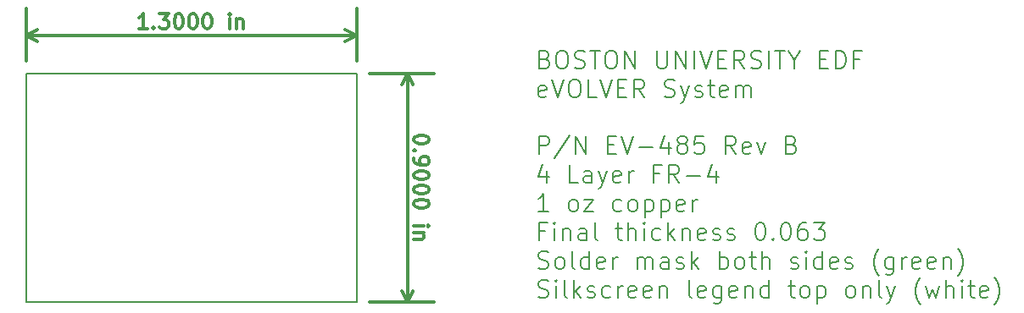
<source format=gbr>
G04 #@! TF.FileFunction,Drawing*
%FSLAX46Y46*%
G04 Gerber Fmt 4.6, Leading zero omitted, Abs format (unit mm)*
G04 Created by KiCad (PCBNEW 4.0.3+e1-6302~38~ubuntu14.04.1-stable) date Fri Aug 19 15:40:57 2016*
%MOMM*%
%LPD*%
G01*
G04 APERTURE LIST*
%ADD10C,0.100000*%
%ADD11C,0.203200*%
%ADD12C,0.300000*%
%ADD13C,0.150000*%
G04 APERTURE END LIST*
D10*
D11*
X221996000Y-83642200D02*
X222250000Y-83726867D01*
X222334667Y-83811533D01*
X222419333Y-83980867D01*
X222419333Y-84234867D01*
X222334667Y-84404200D01*
X222250000Y-84488867D01*
X222080667Y-84573533D01*
X221403333Y-84573533D01*
X221403333Y-82795533D01*
X221996000Y-82795533D01*
X222165333Y-82880200D01*
X222250000Y-82964867D01*
X222334667Y-83134200D01*
X222334667Y-83303533D01*
X222250000Y-83472867D01*
X222165333Y-83557533D01*
X221996000Y-83642200D01*
X221403333Y-83642200D01*
X223520000Y-82795533D02*
X223858667Y-82795533D01*
X224028000Y-82880200D01*
X224197333Y-83049533D01*
X224282000Y-83388200D01*
X224282000Y-83980867D01*
X224197333Y-84319533D01*
X224028000Y-84488867D01*
X223858667Y-84573533D01*
X223520000Y-84573533D01*
X223350667Y-84488867D01*
X223181333Y-84319533D01*
X223096667Y-83980867D01*
X223096667Y-83388200D01*
X223181333Y-83049533D01*
X223350667Y-82880200D01*
X223520000Y-82795533D01*
X224959334Y-84488867D02*
X225213334Y-84573533D01*
X225636667Y-84573533D01*
X225806000Y-84488867D01*
X225890667Y-84404200D01*
X225975334Y-84234867D01*
X225975334Y-84065533D01*
X225890667Y-83896200D01*
X225806000Y-83811533D01*
X225636667Y-83726867D01*
X225298000Y-83642200D01*
X225128667Y-83557533D01*
X225044000Y-83472867D01*
X224959334Y-83303533D01*
X224959334Y-83134200D01*
X225044000Y-82964867D01*
X225128667Y-82880200D01*
X225298000Y-82795533D01*
X225721334Y-82795533D01*
X225975334Y-82880200D01*
X226483333Y-82795533D02*
X227499333Y-82795533D01*
X226991333Y-84573533D02*
X226991333Y-82795533D01*
X228430667Y-82795533D02*
X228769334Y-82795533D01*
X228938667Y-82880200D01*
X229108000Y-83049533D01*
X229192667Y-83388200D01*
X229192667Y-83980867D01*
X229108000Y-84319533D01*
X228938667Y-84488867D01*
X228769334Y-84573533D01*
X228430667Y-84573533D01*
X228261334Y-84488867D01*
X228092000Y-84319533D01*
X228007334Y-83980867D01*
X228007334Y-83388200D01*
X228092000Y-83049533D01*
X228261334Y-82880200D01*
X228430667Y-82795533D01*
X229954667Y-84573533D02*
X229954667Y-82795533D01*
X230970667Y-84573533D01*
X230970667Y-82795533D01*
X233172001Y-82795533D02*
X233172001Y-84234867D01*
X233256668Y-84404200D01*
X233341335Y-84488867D01*
X233510668Y-84573533D01*
X233849335Y-84573533D01*
X234018668Y-84488867D01*
X234103335Y-84404200D01*
X234188001Y-84234867D01*
X234188001Y-82795533D01*
X235034668Y-84573533D02*
X235034668Y-82795533D01*
X236050668Y-84573533D01*
X236050668Y-82795533D01*
X236897335Y-84573533D02*
X236897335Y-82795533D01*
X237490002Y-82795533D02*
X238082669Y-84573533D01*
X238675336Y-82795533D01*
X239268002Y-83642200D02*
X239860669Y-83642200D01*
X240114669Y-84573533D02*
X239268002Y-84573533D01*
X239268002Y-82795533D01*
X240114669Y-82795533D01*
X241892669Y-84573533D02*
X241300003Y-83726867D01*
X240876669Y-84573533D02*
X240876669Y-82795533D01*
X241554003Y-82795533D01*
X241723336Y-82880200D01*
X241808003Y-82964867D01*
X241892669Y-83134200D01*
X241892669Y-83388200D01*
X241808003Y-83557533D01*
X241723336Y-83642200D01*
X241554003Y-83726867D01*
X240876669Y-83726867D01*
X242570003Y-84488867D02*
X242824003Y-84573533D01*
X243247336Y-84573533D01*
X243416669Y-84488867D01*
X243501336Y-84404200D01*
X243586003Y-84234867D01*
X243586003Y-84065533D01*
X243501336Y-83896200D01*
X243416669Y-83811533D01*
X243247336Y-83726867D01*
X242908669Y-83642200D01*
X242739336Y-83557533D01*
X242654669Y-83472867D01*
X242570003Y-83303533D01*
X242570003Y-83134200D01*
X242654669Y-82964867D01*
X242739336Y-82880200D01*
X242908669Y-82795533D01*
X243332003Y-82795533D01*
X243586003Y-82880200D01*
X244348002Y-84573533D02*
X244348002Y-82795533D01*
X244940669Y-82795533D02*
X245956669Y-82795533D01*
X245448669Y-84573533D02*
X245448669Y-82795533D01*
X246888003Y-83726867D02*
X246888003Y-84573533D01*
X246295336Y-82795533D02*
X246888003Y-83726867D01*
X247480670Y-82795533D01*
X249428003Y-83642200D02*
X250020670Y-83642200D01*
X250274670Y-84573533D02*
X249428003Y-84573533D01*
X249428003Y-82795533D01*
X250274670Y-82795533D01*
X251036670Y-84573533D02*
X251036670Y-82795533D01*
X251460004Y-82795533D01*
X251714004Y-82880200D01*
X251883337Y-83049533D01*
X251968004Y-83218867D01*
X252052670Y-83557533D01*
X252052670Y-83811533D01*
X251968004Y-84150200D01*
X251883337Y-84319533D01*
X251714004Y-84488867D01*
X251460004Y-84573533D01*
X251036670Y-84573533D01*
X253407337Y-83642200D02*
X252814670Y-83642200D01*
X252814670Y-84573533D02*
X252814670Y-82795533D01*
X253661337Y-82795533D01*
X222080667Y-87359067D02*
X221911333Y-87443733D01*
X221572667Y-87443733D01*
X221403333Y-87359067D01*
X221318667Y-87189733D01*
X221318667Y-86512400D01*
X221403333Y-86343067D01*
X221572667Y-86258400D01*
X221911333Y-86258400D01*
X222080667Y-86343067D01*
X222165333Y-86512400D01*
X222165333Y-86681733D01*
X221318667Y-86851067D01*
X222673333Y-85665733D02*
X223266000Y-87443733D01*
X223858667Y-85665733D01*
X224790000Y-85665733D02*
X225128667Y-85665733D01*
X225298000Y-85750400D01*
X225467333Y-85919733D01*
X225552000Y-86258400D01*
X225552000Y-86851067D01*
X225467333Y-87189733D01*
X225298000Y-87359067D01*
X225128667Y-87443733D01*
X224790000Y-87443733D01*
X224620667Y-87359067D01*
X224451333Y-87189733D01*
X224366667Y-86851067D01*
X224366667Y-86258400D01*
X224451333Y-85919733D01*
X224620667Y-85750400D01*
X224790000Y-85665733D01*
X227160667Y-87443733D02*
X226314000Y-87443733D01*
X226314000Y-85665733D01*
X227499333Y-85665733D02*
X228092000Y-87443733D01*
X228684667Y-85665733D01*
X229277333Y-86512400D02*
X229870000Y-86512400D01*
X230124000Y-87443733D02*
X229277333Y-87443733D01*
X229277333Y-85665733D01*
X230124000Y-85665733D01*
X231902000Y-87443733D02*
X231309334Y-86597067D01*
X230886000Y-87443733D02*
X230886000Y-85665733D01*
X231563334Y-85665733D01*
X231732667Y-85750400D01*
X231817334Y-85835067D01*
X231902000Y-86004400D01*
X231902000Y-86258400D01*
X231817334Y-86427733D01*
X231732667Y-86512400D01*
X231563334Y-86597067D01*
X230886000Y-86597067D01*
X233934001Y-87359067D02*
X234188001Y-87443733D01*
X234611334Y-87443733D01*
X234780667Y-87359067D01*
X234865334Y-87274400D01*
X234950001Y-87105067D01*
X234950001Y-86935733D01*
X234865334Y-86766400D01*
X234780667Y-86681733D01*
X234611334Y-86597067D01*
X234272667Y-86512400D01*
X234103334Y-86427733D01*
X234018667Y-86343067D01*
X233934001Y-86173733D01*
X233934001Y-86004400D01*
X234018667Y-85835067D01*
X234103334Y-85750400D01*
X234272667Y-85665733D01*
X234696001Y-85665733D01*
X234950001Y-85750400D01*
X235542667Y-86258400D02*
X235966000Y-87443733D01*
X236389334Y-86258400D02*
X235966000Y-87443733D01*
X235796667Y-87867067D01*
X235712000Y-87951733D01*
X235542667Y-88036400D01*
X236982001Y-87359067D02*
X237151334Y-87443733D01*
X237490001Y-87443733D01*
X237659334Y-87359067D01*
X237744001Y-87189733D01*
X237744001Y-87105067D01*
X237659334Y-86935733D01*
X237490001Y-86851067D01*
X237236001Y-86851067D01*
X237066667Y-86766400D01*
X236982001Y-86597067D01*
X236982001Y-86512400D01*
X237066667Y-86343067D01*
X237236001Y-86258400D01*
X237490001Y-86258400D01*
X237659334Y-86343067D01*
X238252000Y-86258400D02*
X238929334Y-86258400D01*
X238506000Y-85665733D02*
X238506000Y-87189733D01*
X238590667Y-87359067D01*
X238760000Y-87443733D01*
X238929334Y-87443733D01*
X240199334Y-87359067D02*
X240030000Y-87443733D01*
X239691334Y-87443733D01*
X239522000Y-87359067D01*
X239437334Y-87189733D01*
X239437334Y-86512400D01*
X239522000Y-86343067D01*
X239691334Y-86258400D01*
X240030000Y-86258400D01*
X240199334Y-86343067D01*
X240284000Y-86512400D01*
X240284000Y-86681733D01*
X239437334Y-86851067D01*
X241046000Y-87443733D02*
X241046000Y-86258400D01*
X241046000Y-86427733D02*
X241130667Y-86343067D01*
X241300000Y-86258400D01*
X241554000Y-86258400D01*
X241723334Y-86343067D01*
X241808000Y-86512400D01*
X241808000Y-87443733D01*
X241808000Y-86512400D02*
X241892667Y-86343067D01*
X242062000Y-86258400D01*
X242316000Y-86258400D01*
X242485334Y-86343067D01*
X242570000Y-86512400D01*
X242570000Y-87443733D01*
X221403333Y-93184133D02*
X221403333Y-91406133D01*
X222080667Y-91406133D01*
X222250000Y-91490800D01*
X222334667Y-91575467D01*
X222419333Y-91744800D01*
X222419333Y-91998800D01*
X222334667Y-92168133D01*
X222250000Y-92252800D01*
X222080667Y-92337467D01*
X221403333Y-92337467D01*
X224451333Y-91321467D02*
X222927333Y-93607467D01*
X225044000Y-93184133D02*
X225044000Y-91406133D01*
X226060000Y-93184133D01*
X226060000Y-91406133D01*
X228261334Y-92252800D02*
X228854001Y-92252800D01*
X229108001Y-93184133D02*
X228261334Y-93184133D01*
X228261334Y-91406133D01*
X229108001Y-91406133D01*
X229616001Y-91406133D02*
X230208668Y-93184133D01*
X230801335Y-91406133D01*
X231394001Y-92506800D02*
X232748668Y-92506800D01*
X234357334Y-91998800D02*
X234357334Y-93184133D01*
X233934001Y-91321467D02*
X233510668Y-92591467D01*
X234611334Y-92591467D01*
X235542667Y-92168133D02*
X235373334Y-92083467D01*
X235288667Y-91998800D01*
X235204001Y-91829467D01*
X235204001Y-91744800D01*
X235288667Y-91575467D01*
X235373334Y-91490800D01*
X235542667Y-91406133D01*
X235881334Y-91406133D01*
X236050667Y-91490800D01*
X236135334Y-91575467D01*
X236220001Y-91744800D01*
X236220001Y-91829467D01*
X236135334Y-91998800D01*
X236050667Y-92083467D01*
X235881334Y-92168133D01*
X235542667Y-92168133D01*
X235373334Y-92252800D01*
X235288667Y-92337467D01*
X235204001Y-92506800D01*
X235204001Y-92845467D01*
X235288667Y-93014800D01*
X235373334Y-93099467D01*
X235542667Y-93184133D01*
X235881334Y-93184133D01*
X236050667Y-93099467D01*
X236135334Y-93014800D01*
X236220001Y-92845467D01*
X236220001Y-92506800D01*
X236135334Y-92337467D01*
X236050667Y-92252800D01*
X235881334Y-92168133D01*
X237828667Y-91406133D02*
X236982000Y-91406133D01*
X236897334Y-92252800D01*
X236982000Y-92168133D01*
X237151334Y-92083467D01*
X237574667Y-92083467D01*
X237744000Y-92168133D01*
X237828667Y-92252800D01*
X237913334Y-92422133D01*
X237913334Y-92845467D01*
X237828667Y-93014800D01*
X237744000Y-93099467D01*
X237574667Y-93184133D01*
X237151334Y-93184133D01*
X236982000Y-93099467D01*
X236897334Y-93014800D01*
X241046000Y-93184133D02*
X240453334Y-92337467D01*
X240030000Y-93184133D02*
X240030000Y-91406133D01*
X240707334Y-91406133D01*
X240876667Y-91490800D01*
X240961334Y-91575467D01*
X241046000Y-91744800D01*
X241046000Y-91998800D01*
X240961334Y-92168133D01*
X240876667Y-92252800D01*
X240707334Y-92337467D01*
X240030000Y-92337467D01*
X242485334Y-93099467D02*
X242316000Y-93184133D01*
X241977334Y-93184133D01*
X241808000Y-93099467D01*
X241723334Y-92930133D01*
X241723334Y-92252800D01*
X241808000Y-92083467D01*
X241977334Y-91998800D01*
X242316000Y-91998800D01*
X242485334Y-92083467D01*
X242570000Y-92252800D01*
X242570000Y-92422133D01*
X241723334Y-92591467D01*
X243162667Y-91998800D02*
X243586000Y-93184133D01*
X244009334Y-91998800D01*
X246634001Y-92252800D02*
X246888001Y-92337467D01*
X246972668Y-92422133D01*
X247057334Y-92591467D01*
X247057334Y-92845467D01*
X246972668Y-93014800D01*
X246888001Y-93099467D01*
X246718668Y-93184133D01*
X246041334Y-93184133D01*
X246041334Y-91406133D01*
X246634001Y-91406133D01*
X246803334Y-91490800D01*
X246888001Y-91575467D01*
X246972668Y-91744800D01*
X246972668Y-91914133D01*
X246888001Y-92083467D01*
X246803334Y-92168133D01*
X246634001Y-92252800D01*
X246041334Y-92252800D01*
X222165333Y-94869000D02*
X222165333Y-96054333D01*
X221742000Y-94191667D02*
X221318667Y-95461667D01*
X222419333Y-95461667D01*
X225298000Y-96054333D02*
X224451333Y-96054333D01*
X224451333Y-94276333D01*
X226652666Y-96054333D02*
X226652666Y-95123000D01*
X226568000Y-94953667D01*
X226398666Y-94869000D01*
X226060000Y-94869000D01*
X225890666Y-94953667D01*
X226652666Y-95969667D02*
X226483333Y-96054333D01*
X226060000Y-96054333D01*
X225890666Y-95969667D01*
X225806000Y-95800333D01*
X225806000Y-95631000D01*
X225890666Y-95461667D01*
X226060000Y-95377000D01*
X226483333Y-95377000D01*
X226652666Y-95292333D01*
X227330000Y-94869000D02*
X227753333Y-96054333D01*
X228176667Y-94869000D02*
X227753333Y-96054333D01*
X227584000Y-96477667D01*
X227499333Y-96562333D01*
X227330000Y-96647000D01*
X229531334Y-95969667D02*
X229362000Y-96054333D01*
X229023334Y-96054333D01*
X228854000Y-95969667D01*
X228769334Y-95800333D01*
X228769334Y-95123000D01*
X228854000Y-94953667D01*
X229023334Y-94869000D01*
X229362000Y-94869000D01*
X229531334Y-94953667D01*
X229616000Y-95123000D01*
X229616000Y-95292333D01*
X228769334Y-95461667D01*
X230378000Y-96054333D02*
X230378000Y-94869000D01*
X230378000Y-95207667D02*
X230462667Y-95038333D01*
X230547334Y-94953667D01*
X230716667Y-94869000D01*
X230886000Y-94869000D01*
X233426001Y-95123000D02*
X232833334Y-95123000D01*
X232833334Y-96054333D02*
X232833334Y-94276333D01*
X233680001Y-94276333D01*
X235373334Y-96054333D02*
X234780668Y-95207667D01*
X234357334Y-96054333D02*
X234357334Y-94276333D01*
X235034668Y-94276333D01*
X235204001Y-94361000D01*
X235288668Y-94445667D01*
X235373334Y-94615000D01*
X235373334Y-94869000D01*
X235288668Y-95038333D01*
X235204001Y-95123000D01*
X235034668Y-95207667D01*
X234357334Y-95207667D01*
X236135334Y-95377000D02*
X237490001Y-95377000D01*
X239098667Y-94869000D02*
X239098667Y-96054333D01*
X238675334Y-94191667D02*
X238252001Y-95461667D01*
X239352667Y-95461667D01*
X222334667Y-98924533D02*
X221318667Y-98924533D01*
X221826667Y-98924533D02*
X221826667Y-97146533D01*
X221657333Y-97400533D01*
X221488000Y-97569867D01*
X221318667Y-97654533D01*
X224705333Y-98924533D02*
X224536000Y-98839867D01*
X224451333Y-98755200D01*
X224366667Y-98585867D01*
X224366667Y-98077867D01*
X224451333Y-97908533D01*
X224536000Y-97823867D01*
X224705333Y-97739200D01*
X224959333Y-97739200D01*
X225128667Y-97823867D01*
X225213333Y-97908533D01*
X225298000Y-98077867D01*
X225298000Y-98585867D01*
X225213333Y-98755200D01*
X225128667Y-98839867D01*
X224959333Y-98924533D01*
X224705333Y-98924533D01*
X225890667Y-97739200D02*
X226822000Y-97739200D01*
X225890667Y-98924533D01*
X226822000Y-98924533D01*
X229616000Y-98839867D02*
X229446667Y-98924533D01*
X229108000Y-98924533D01*
X228938667Y-98839867D01*
X228854000Y-98755200D01*
X228769334Y-98585867D01*
X228769334Y-98077867D01*
X228854000Y-97908533D01*
X228938667Y-97823867D01*
X229108000Y-97739200D01*
X229446667Y-97739200D01*
X229616000Y-97823867D01*
X230632000Y-98924533D02*
X230462667Y-98839867D01*
X230378000Y-98755200D01*
X230293334Y-98585867D01*
X230293334Y-98077867D01*
X230378000Y-97908533D01*
X230462667Y-97823867D01*
X230632000Y-97739200D01*
X230886000Y-97739200D01*
X231055334Y-97823867D01*
X231140000Y-97908533D01*
X231224667Y-98077867D01*
X231224667Y-98585867D01*
X231140000Y-98755200D01*
X231055334Y-98839867D01*
X230886000Y-98924533D01*
X230632000Y-98924533D01*
X231986667Y-97739200D02*
X231986667Y-99517200D01*
X231986667Y-97823867D02*
X232156001Y-97739200D01*
X232494667Y-97739200D01*
X232664001Y-97823867D01*
X232748667Y-97908533D01*
X232833334Y-98077867D01*
X232833334Y-98585867D01*
X232748667Y-98755200D01*
X232664001Y-98839867D01*
X232494667Y-98924533D01*
X232156001Y-98924533D01*
X231986667Y-98839867D01*
X233595334Y-97739200D02*
X233595334Y-99517200D01*
X233595334Y-97823867D02*
X233764668Y-97739200D01*
X234103334Y-97739200D01*
X234272668Y-97823867D01*
X234357334Y-97908533D01*
X234442001Y-98077867D01*
X234442001Y-98585867D01*
X234357334Y-98755200D01*
X234272668Y-98839867D01*
X234103334Y-98924533D01*
X233764668Y-98924533D01*
X233595334Y-98839867D01*
X235881335Y-98839867D02*
X235712001Y-98924533D01*
X235373335Y-98924533D01*
X235204001Y-98839867D01*
X235119335Y-98670533D01*
X235119335Y-97993200D01*
X235204001Y-97823867D01*
X235373335Y-97739200D01*
X235712001Y-97739200D01*
X235881335Y-97823867D01*
X235966001Y-97993200D01*
X235966001Y-98162533D01*
X235119335Y-98331867D01*
X236728001Y-98924533D02*
X236728001Y-97739200D01*
X236728001Y-98077867D02*
X236812668Y-97908533D01*
X236897335Y-97823867D01*
X237066668Y-97739200D01*
X237236001Y-97739200D01*
X221996000Y-100863400D02*
X221403333Y-100863400D01*
X221403333Y-101794733D02*
X221403333Y-100016733D01*
X222250000Y-100016733D01*
X222927333Y-101794733D02*
X222927333Y-100609400D01*
X222927333Y-100016733D02*
X222842667Y-100101400D01*
X222927333Y-100186067D01*
X223012000Y-100101400D01*
X222927333Y-100016733D01*
X222927333Y-100186067D01*
X223774000Y-100609400D02*
X223774000Y-101794733D01*
X223774000Y-100778733D02*
X223858667Y-100694067D01*
X224028000Y-100609400D01*
X224282000Y-100609400D01*
X224451334Y-100694067D01*
X224536000Y-100863400D01*
X224536000Y-101794733D01*
X226144667Y-101794733D02*
X226144667Y-100863400D01*
X226060001Y-100694067D01*
X225890667Y-100609400D01*
X225552001Y-100609400D01*
X225382667Y-100694067D01*
X226144667Y-101710067D02*
X225975334Y-101794733D01*
X225552001Y-101794733D01*
X225382667Y-101710067D01*
X225298001Y-101540733D01*
X225298001Y-101371400D01*
X225382667Y-101202067D01*
X225552001Y-101117400D01*
X225975334Y-101117400D01*
X226144667Y-101032733D01*
X227245334Y-101794733D02*
X227076001Y-101710067D01*
X226991334Y-101540733D01*
X226991334Y-100016733D01*
X229023334Y-100609400D02*
X229700668Y-100609400D01*
X229277334Y-100016733D02*
X229277334Y-101540733D01*
X229362001Y-101710067D01*
X229531334Y-101794733D01*
X229700668Y-101794733D01*
X230293334Y-101794733D02*
X230293334Y-100016733D01*
X231055334Y-101794733D02*
X231055334Y-100863400D01*
X230970668Y-100694067D01*
X230801334Y-100609400D01*
X230547334Y-100609400D01*
X230378001Y-100694067D01*
X230293334Y-100778733D01*
X231902001Y-101794733D02*
X231902001Y-100609400D01*
X231902001Y-100016733D02*
X231817335Y-100101400D01*
X231902001Y-100186067D01*
X231986668Y-100101400D01*
X231902001Y-100016733D01*
X231902001Y-100186067D01*
X233510668Y-101710067D02*
X233341335Y-101794733D01*
X233002668Y-101794733D01*
X232833335Y-101710067D01*
X232748668Y-101625400D01*
X232664002Y-101456067D01*
X232664002Y-100948067D01*
X232748668Y-100778733D01*
X232833335Y-100694067D01*
X233002668Y-100609400D01*
X233341335Y-100609400D01*
X233510668Y-100694067D01*
X234272668Y-101794733D02*
X234272668Y-100016733D01*
X234442002Y-101117400D02*
X234950002Y-101794733D01*
X234950002Y-100609400D02*
X234272668Y-101286733D01*
X235712001Y-100609400D02*
X235712001Y-101794733D01*
X235712001Y-100778733D02*
X235796668Y-100694067D01*
X235966001Y-100609400D01*
X236220001Y-100609400D01*
X236389335Y-100694067D01*
X236474001Y-100863400D01*
X236474001Y-101794733D01*
X237998002Y-101710067D02*
X237828668Y-101794733D01*
X237490002Y-101794733D01*
X237320668Y-101710067D01*
X237236002Y-101540733D01*
X237236002Y-100863400D01*
X237320668Y-100694067D01*
X237490002Y-100609400D01*
X237828668Y-100609400D01*
X237998002Y-100694067D01*
X238082668Y-100863400D01*
X238082668Y-101032733D01*
X237236002Y-101202067D01*
X238760002Y-101710067D02*
X238929335Y-101794733D01*
X239268002Y-101794733D01*
X239437335Y-101710067D01*
X239522002Y-101540733D01*
X239522002Y-101456067D01*
X239437335Y-101286733D01*
X239268002Y-101202067D01*
X239014002Y-101202067D01*
X238844668Y-101117400D01*
X238760002Y-100948067D01*
X238760002Y-100863400D01*
X238844668Y-100694067D01*
X239014002Y-100609400D01*
X239268002Y-100609400D01*
X239437335Y-100694067D01*
X240199335Y-101710067D02*
X240368668Y-101794733D01*
X240707335Y-101794733D01*
X240876668Y-101710067D01*
X240961335Y-101540733D01*
X240961335Y-101456067D01*
X240876668Y-101286733D01*
X240707335Y-101202067D01*
X240453335Y-101202067D01*
X240284001Y-101117400D01*
X240199335Y-100948067D01*
X240199335Y-100863400D01*
X240284001Y-100694067D01*
X240453335Y-100609400D01*
X240707335Y-100609400D01*
X240876668Y-100694067D01*
X243416668Y-100016733D02*
X243586001Y-100016733D01*
X243755335Y-100101400D01*
X243840001Y-100186067D01*
X243924668Y-100355400D01*
X244009335Y-100694067D01*
X244009335Y-101117400D01*
X243924668Y-101456067D01*
X243840001Y-101625400D01*
X243755335Y-101710067D01*
X243586001Y-101794733D01*
X243416668Y-101794733D01*
X243247335Y-101710067D01*
X243162668Y-101625400D01*
X243078001Y-101456067D01*
X242993335Y-101117400D01*
X242993335Y-100694067D01*
X243078001Y-100355400D01*
X243162668Y-100186067D01*
X243247335Y-100101400D01*
X243416668Y-100016733D01*
X244771334Y-101625400D02*
X244856001Y-101710067D01*
X244771334Y-101794733D01*
X244686668Y-101710067D01*
X244771334Y-101625400D01*
X244771334Y-101794733D01*
X245956668Y-100016733D02*
X246126001Y-100016733D01*
X246295335Y-100101400D01*
X246380001Y-100186067D01*
X246464668Y-100355400D01*
X246549335Y-100694067D01*
X246549335Y-101117400D01*
X246464668Y-101456067D01*
X246380001Y-101625400D01*
X246295335Y-101710067D01*
X246126001Y-101794733D01*
X245956668Y-101794733D01*
X245787335Y-101710067D01*
X245702668Y-101625400D01*
X245618001Y-101456067D01*
X245533335Y-101117400D01*
X245533335Y-100694067D01*
X245618001Y-100355400D01*
X245702668Y-100186067D01*
X245787335Y-100101400D01*
X245956668Y-100016733D01*
X248073334Y-100016733D02*
X247734668Y-100016733D01*
X247565334Y-100101400D01*
X247480668Y-100186067D01*
X247311334Y-100440067D01*
X247226668Y-100778733D01*
X247226668Y-101456067D01*
X247311334Y-101625400D01*
X247396001Y-101710067D01*
X247565334Y-101794733D01*
X247904001Y-101794733D01*
X248073334Y-101710067D01*
X248158001Y-101625400D01*
X248242668Y-101456067D01*
X248242668Y-101032733D01*
X248158001Y-100863400D01*
X248073334Y-100778733D01*
X247904001Y-100694067D01*
X247565334Y-100694067D01*
X247396001Y-100778733D01*
X247311334Y-100863400D01*
X247226668Y-101032733D01*
X248835334Y-100016733D02*
X249936001Y-100016733D01*
X249343334Y-100694067D01*
X249597334Y-100694067D01*
X249766667Y-100778733D01*
X249851334Y-100863400D01*
X249936001Y-101032733D01*
X249936001Y-101456067D01*
X249851334Y-101625400D01*
X249766667Y-101710067D01*
X249597334Y-101794733D01*
X249089334Y-101794733D01*
X248920001Y-101710067D01*
X248835334Y-101625400D01*
X221318667Y-104580267D02*
X221572667Y-104664933D01*
X221996000Y-104664933D01*
X222165333Y-104580267D01*
X222250000Y-104495600D01*
X222334667Y-104326267D01*
X222334667Y-104156933D01*
X222250000Y-103987600D01*
X222165333Y-103902933D01*
X221996000Y-103818267D01*
X221657333Y-103733600D01*
X221488000Y-103648933D01*
X221403333Y-103564267D01*
X221318667Y-103394933D01*
X221318667Y-103225600D01*
X221403333Y-103056267D01*
X221488000Y-102971600D01*
X221657333Y-102886933D01*
X222080667Y-102886933D01*
X222334667Y-102971600D01*
X223350666Y-104664933D02*
X223181333Y-104580267D01*
X223096666Y-104495600D01*
X223012000Y-104326267D01*
X223012000Y-103818267D01*
X223096666Y-103648933D01*
X223181333Y-103564267D01*
X223350666Y-103479600D01*
X223604666Y-103479600D01*
X223774000Y-103564267D01*
X223858666Y-103648933D01*
X223943333Y-103818267D01*
X223943333Y-104326267D01*
X223858666Y-104495600D01*
X223774000Y-104580267D01*
X223604666Y-104664933D01*
X223350666Y-104664933D01*
X224959333Y-104664933D02*
X224790000Y-104580267D01*
X224705333Y-104410933D01*
X224705333Y-102886933D01*
X226398666Y-104664933D02*
X226398666Y-102886933D01*
X226398666Y-104580267D02*
X226229333Y-104664933D01*
X225890666Y-104664933D01*
X225721333Y-104580267D01*
X225636666Y-104495600D01*
X225552000Y-104326267D01*
X225552000Y-103818267D01*
X225636666Y-103648933D01*
X225721333Y-103564267D01*
X225890666Y-103479600D01*
X226229333Y-103479600D01*
X226398666Y-103564267D01*
X227922667Y-104580267D02*
X227753333Y-104664933D01*
X227414667Y-104664933D01*
X227245333Y-104580267D01*
X227160667Y-104410933D01*
X227160667Y-103733600D01*
X227245333Y-103564267D01*
X227414667Y-103479600D01*
X227753333Y-103479600D01*
X227922667Y-103564267D01*
X228007333Y-103733600D01*
X228007333Y-103902933D01*
X227160667Y-104072267D01*
X228769333Y-104664933D02*
X228769333Y-103479600D01*
X228769333Y-103818267D02*
X228854000Y-103648933D01*
X228938667Y-103564267D01*
X229108000Y-103479600D01*
X229277333Y-103479600D01*
X231224667Y-104664933D02*
X231224667Y-103479600D01*
X231224667Y-103648933D02*
X231309334Y-103564267D01*
X231478667Y-103479600D01*
X231732667Y-103479600D01*
X231902001Y-103564267D01*
X231986667Y-103733600D01*
X231986667Y-104664933D01*
X231986667Y-103733600D02*
X232071334Y-103564267D01*
X232240667Y-103479600D01*
X232494667Y-103479600D01*
X232664001Y-103564267D01*
X232748667Y-103733600D01*
X232748667Y-104664933D01*
X234357334Y-104664933D02*
X234357334Y-103733600D01*
X234272668Y-103564267D01*
X234103334Y-103479600D01*
X233764668Y-103479600D01*
X233595334Y-103564267D01*
X234357334Y-104580267D02*
X234188001Y-104664933D01*
X233764668Y-104664933D01*
X233595334Y-104580267D01*
X233510668Y-104410933D01*
X233510668Y-104241600D01*
X233595334Y-104072267D01*
X233764668Y-103987600D01*
X234188001Y-103987600D01*
X234357334Y-103902933D01*
X235119335Y-104580267D02*
X235288668Y-104664933D01*
X235627335Y-104664933D01*
X235796668Y-104580267D01*
X235881335Y-104410933D01*
X235881335Y-104326267D01*
X235796668Y-104156933D01*
X235627335Y-104072267D01*
X235373335Y-104072267D01*
X235204001Y-103987600D01*
X235119335Y-103818267D01*
X235119335Y-103733600D01*
X235204001Y-103564267D01*
X235373335Y-103479600D01*
X235627335Y-103479600D01*
X235796668Y-103564267D01*
X236643334Y-104664933D02*
X236643334Y-102886933D01*
X236812668Y-103987600D02*
X237320668Y-104664933D01*
X237320668Y-103479600D02*
X236643334Y-104156933D01*
X239437334Y-104664933D02*
X239437334Y-102886933D01*
X239437334Y-103564267D02*
X239606668Y-103479600D01*
X239945334Y-103479600D01*
X240114668Y-103564267D01*
X240199334Y-103648933D01*
X240284001Y-103818267D01*
X240284001Y-104326267D01*
X240199334Y-104495600D01*
X240114668Y-104580267D01*
X239945334Y-104664933D01*
X239606668Y-104664933D01*
X239437334Y-104580267D01*
X241300001Y-104664933D02*
X241130668Y-104580267D01*
X241046001Y-104495600D01*
X240961335Y-104326267D01*
X240961335Y-103818267D01*
X241046001Y-103648933D01*
X241130668Y-103564267D01*
X241300001Y-103479600D01*
X241554001Y-103479600D01*
X241723335Y-103564267D01*
X241808001Y-103648933D01*
X241892668Y-103818267D01*
X241892668Y-104326267D01*
X241808001Y-104495600D01*
X241723335Y-104580267D01*
X241554001Y-104664933D01*
X241300001Y-104664933D01*
X242400668Y-103479600D02*
X243078002Y-103479600D01*
X242654668Y-102886933D02*
X242654668Y-104410933D01*
X242739335Y-104580267D01*
X242908668Y-104664933D01*
X243078002Y-104664933D01*
X243670668Y-104664933D02*
X243670668Y-102886933D01*
X244432668Y-104664933D02*
X244432668Y-103733600D01*
X244348002Y-103564267D01*
X244178668Y-103479600D01*
X243924668Y-103479600D01*
X243755335Y-103564267D01*
X243670668Y-103648933D01*
X246549336Y-104580267D02*
X246718669Y-104664933D01*
X247057336Y-104664933D01*
X247226669Y-104580267D01*
X247311336Y-104410933D01*
X247311336Y-104326267D01*
X247226669Y-104156933D01*
X247057336Y-104072267D01*
X246803336Y-104072267D01*
X246634002Y-103987600D01*
X246549336Y-103818267D01*
X246549336Y-103733600D01*
X246634002Y-103564267D01*
X246803336Y-103479600D01*
X247057336Y-103479600D01*
X247226669Y-103564267D01*
X248073335Y-104664933D02*
X248073335Y-103479600D01*
X248073335Y-102886933D02*
X247988669Y-102971600D01*
X248073335Y-103056267D01*
X248158002Y-102971600D01*
X248073335Y-102886933D01*
X248073335Y-103056267D01*
X249682002Y-104664933D02*
X249682002Y-102886933D01*
X249682002Y-104580267D02*
X249512669Y-104664933D01*
X249174002Y-104664933D01*
X249004669Y-104580267D01*
X248920002Y-104495600D01*
X248835336Y-104326267D01*
X248835336Y-103818267D01*
X248920002Y-103648933D01*
X249004669Y-103564267D01*
X249174002Y-103479600D01*
X249512669Y-103479600D01*
X249682002Y-103564267D01*
X251206003Y-104580267D02*
X251036669Y-104664933D01*
X250698003Y-104664933D01*
X250528669Y-104580267D01*
X250444003Y-104410933D01*
X250444003Y-103733600D01*
X250528669Y-103564267D01*
X250698003Y-103479600D01*
X251036669Y-103479600D01*
X251206003Y-103564267D01*
X251290669Y-103733600D01*
X251290669Y-103902933D01*
X250444003Y-104072267D01*
X251968003Y-104580267D02*
X252137336Y-104664933D01*
X252476003Y-104664933D01*
X252645336Y-104580267D01*
X252730003Y-104410933D01*
X252730003Y-104326267D01*
X252645336Y-104156933D01*
X252476003Y-104072267D01*
X252222003Y-104072267D01*
X252052669Y-103987600D01*
X251968003Y-103818267D01*
X251968003Y-103733600D01*
X252052669Y-103564267D01*
X252222003Y-103479600D01*
X252476003Y-103479600D01*
X252645336Y-103564267D01*
X255354669Y-105342267D02*
X255270003Y-105257600D01*
X255100669Y-105003600D01*
X255016003Y-104834267D01*
X254931336Y-104580267D01*
X254846669Y-104156933D01*
X254846669Y-103818267D01*
X254931336Y-103394933D01*
X255016003Y-103140933D01*
X255100669Y-102971600D01*
X255270003Y-102717600D01*
X255354669Y-102632933D01*
X256794002Y-103479600D02*
X256794002Y-104918933D01*
X256709336Y-105088267D01*
X256624669Y-105172933D01*
X256455336Y-105257600D01*
X256201336Y-105257600D01*
X256032002Y-105172933D01*
X256794002Y-104580267D02*
X256624669Y-104664933D01*
X256286002Y-104664933D01*
X256116669Y-104580267D01*
X256032002Y-104495600D01*
X255947336Y-104326267D01*
X255947336Y-103818267D01*
X256032002Y-103648933D01*
X256116669Y-103564267D01*
X256286002Y-103479600D01*
X256624669Y-103479600D01*
X256794002Y-103564267D01*
X257640669Y-104664933D02*
X257640669Y-103479600D01*
X257640669Y-103818267D02*
X257725336Y-103648933D01*
X257810003Y-103564267D01*
X257979336Y-103479600D01*
X258148669Y-103479600D01*
X259418670Y-104580267D02*
X259249336Y-104664933D01*
X258910670Y-104664933D01*
X258741336Y-104580267D01*
X258656670Y-104410933D01*
X258656670Y-103733600D01*
X258741336Y-103564267D01*
X258910670Y-103479600D01*
X259249336Y-103479600D01*
X259418670Y-103564267D01*
X259503336Y-103733600D01*
X259503336Y-103902933D01*
X258656670Y-104072267D01*
X260942670Y-104580267D02*
X260773336Y-104664933D01*
X260434670Y-104664933D01*
X260265336Y-104580267D01*
X260180670Y-104410933D01*
X260180670Y-103733600D01*
X260265336Y-103564267D01*
X260434670Y-103479600D01*
X260773336Y-103479600D01*
X260942670Y-103564267D01*
X261027336Y-103733600D01*
X261027336Y-103902933D01*
X260180670Y-104072267D01*
X261789336Y-103479600D02*
X261789336Y-104664933D01*
X261789336Y-103648933D02*
X261874003Y-103564267D01*
X262043336Y-103479600D01*
X262297336Y-103479600D01*
X262466670Y-103564267D01*
X262551336Y-103733600D01*
X262551336Y-104664933D01*
X263228670Y-105342267D02*
X263313337Y-105257600D01*
X263482670Y-105003600D01*
X263567337Y-104834267D01*
X263652003Y-104580267D01*
X263736670Y-104156933D01*
X263736670Y-103818267D01*
X263652003Y-103394933D01*
X263567337Y-103140933D01*
X263482670Y-102971600D01*
X263313337Y-102717600D01*
X263228670Y-102632933D01*
X221318667Y-107450467D02*
X221572667Y-107535133D01*
X221996000Y-107535133D01*
X222165333Y-107450467D01*
X222250000Y-107365800D01*
X222334667Y-107196467D01*
X222334667Y-107027133D01*
X222250000Y-106857800D01*
X222165333Y-106773133D01*
X221996000Y-106688467D01*
X221657333Y-106603800D01*
X221488000Y-106519133D01*
X221403333Y-106434467D01*
X221318667Y-106265133D01*
X221318667Y-106095800D01*
X221403333Y-105926467D01*
X221488000Y-105841800D01*
X221657333Y-105757133D01*
X222080667Y-105757133D01*
X222334667Y-105841800D01*
X223096666Y-107535133D02*
X223096666Y-106349800D01*
X223096666Y-105757133D02*
X223012000Y-105841800D01*
X223096666Y-105926467D01*
X223181333Y-105841800D01*
X223096666Y-105757133D01*
X223096666Y-105926467D01*
X224197333Y-107535133D02*
X224028000Y-107450467D01*
X223943333Y-107281133D01*
X223943333Y-105757133D01*
X224874666Y-107535133D02*
X224874666Y-105757133D01*
X225044000Y-106857800D02*
X225552000Y-107535133D01*
X225552000Y-106349800D02*
X224874666Y-107027133D01*
X226229333Y-107450467D02*
X226398666Y-107535133D01*
X226737333Y-107535133D01*
X226906666Y-107450467D01*
X226991333Y-107281133D01*
X226991333Y-107196467D01*
X226906666Y-107027133D01*
X226737333Y-106942467D01*
X226483333Y-106942467D01*
X226313999Y-106857800D01*
X226229333Y-106688467D01*
X226229333Y-106603800D01*
X226313999Y-106434467D01*
X226483333Y-106349800D01*
X226737333Y-106349800D01*
X226906666Y-106434467D01*
X228515332Y-107450467D02*
X228345999Y-107535133D01*
X228007332Y-107535133D01*
X227837999Y-107450467D01*
X227753332Y-107365800D01*
X227668666Y-107196467D01*
X227668666Y-106688467D01*
X227753332Y-106519133D01*
X227837999Y-106434467D01*
X228007332Y-106349800D01*
X228345999Y-106349800D01*
X228515332Y-106434467D01*
X229277332Y-107535133D02*
X229277332Y-106349800D01*
X229277332Y-106688467D02*
X229361999Y-106519133D01*
X229446666Y-106434467D01*
X229615999Y-106349800D01*
X229785332Y-106349800D01*
X231055333Y-107450467D02*
X230885999Y-107535133D01*
X230547333Y-107535133D01*
X230377999Y-107450467D01*
X230293333Y-107281133D01*
X230293333Y-106603800D01*
X230377999Y-106434467D01*
X230547333Y-106349800D01*
X230885999Y-106349800D01*
X231055333Y-106434467D01*
X231139999Y-106603800D01*
X231139999Y-106773133D01*
X230293333Y-106942467D01*
X232579333Y-107450467D02*
X232409999Y-107535133D01*
X232071333Y-107535133D01*
X231901999Y-107450467D01*
X231817333Y-107281133D01*
X231817333Y-106603800D01*
X231901999Y-106434467D01*
X232071333Y-106349800D01*
X232409999Y-106349800D01*
X232579333Y-106434467D01*
X232663999Y-106603800D01*
X232663999Y-106773133D01*
X231817333Y-106942467D01*
X233425999Y-106349800D02*
X233425999Y-107535133D01*
X233425999Y-106519133D02*
X233510666Y-106434467D01*
X233679999Y-106349800D01*
X233933999Y-106349800D01*
X234103333Y-106434467D01*
X234187999Y-106603800D01*
X234187999Y-107535133D01*
X236643333Y-107535133D02*
X236474000Y-107450467D01*
X236389333Y-107281133D01*
X236389333Y-105757133D01*
X237998000Y-107450467D02*
X237828666Y-107535133D01*
X237490000Y-107535133D01*
X237320666Y-107450467D01*
X237236000Y-107281133D01*
X237236000Y-106603800D01*
X237320666Y-106434467D01*
X237490000Y-106349800D01*
X237828666Y-106349800D01*
X237998000Y-106434467D01*
X238082666Y-106603800D01*
X238082666Y-106773133D01*
X237236000Y-106942467D01*
X239606666Y-106349800D02*
X239606666Y-107789133D01*
X239522000Y-107958467D01*
X239437333Y-108043133D01*
X239268000Y-108127800D01*
X239014000Y-108127800D01*
X238844666Y-108043133D01*
X239606666Y-107450467D02*
X239437333Y-107535133D01*
X239098666Y-107535133D01*
X238929333Y-107450467D01*
X238844666Y-107365800D01*
X238760000Y-107196467D01*
X238760000Y-106688467D01*
X238844666Y-106519133D01*
X238929333Y-106434467D01*
X239098666Y-106349800D01*
X239437333Y-106349800D01*
X239606666Y-106434467D01*
X241130667Y-107450467D02*
X240961333Y-107535133D01*
X240622667Y-107535133D01*
X240453333Y-107450467D01*
X240368667Y-107281133D01*
X240368667Y-106603800D01*
X240453333Y-106434467D01*
X240622667Y-106349800D01*
X240961333Y-106349800D01*
X241130667Y-106434467D01*
X241215333Y-106603800D01*
X241215333Y-106773133D01*
X240368667Y-106942467D01*
X241977333Y-106349800D02*
X241977333Y-107535133D01*
X241977333Y-106519133D02*
X242062000Y-106434467D01*
X242231333Y-106349800D01*
X242485333Y-106349800D01*
X242654667Y-106434467D01*
X242739333Y-106603800D01*
X242739333Y-107535133D01*
X244348000Y-107535133D02*
X244348000Y-105757133D01*
X244348000Y-107450467D02*
X244178667Y-107535133D01*
X243840000Y-107535133D01*
X243670667Y-107450467D01*
X243586000Y-107365800D01*
X243501334Y-107196467D01*
X243501334Y-106688467D01*
X243586000Y-106519133D01*
X243670667Y-106434467D01*
X243840000Y-106349800D01*
X244178667Y-106349800D01*
X244348000Y-106434467D01*
X246295334Y-106349800D02*
X246972668Y-106349800D01*
X246549334Y-105757133D02*
X246549334Y-107281133D01*
X246634001Y-107450467D01*
X246803334Y-107535133D01*
X246972668Y-107535133D01*
X247819334Y-107535133D02*
X247650001Y-107450467D01*
X247565334Y-107365800D01*
X247480668Y-107196467D01*
X247480668Y-106688467D01*
X247565334Y-106519133D01*
X247650001Y-106434467D01*
X247819334Y-106349800D01*
X248073334Y-106349800D01*
X248242668Y-106434467D01*
X248327334Y-106519133D01*
X248412001Y-106688467D01*
X248412001Y-107196467D01*
X248327334Y-107365800D01*
X248242668Y-107450467D01*
X248073334Y-107535133D01*
X247819334Y-107535133D01*
X249174001Y-106349800D02*
X249174001Y-108127800D01*
X249174001Y-106434467D02*
X249343335Y-106349800D01*
X249682001Y-106349800D01*
X249851335Y-106434467D01*
X249936001Y-106519133D01*
X250020668Y-106688467D01*
X250020668Y-107196467D01*
X249936001Y-107365800D01*
X249851335Y-107450467D01*
X249682001Y-107535133D01*
X249343335Y-107535133D01*
X249174001Y-107450467D01*
X252391335Y-107535133D02*
X252222002Y-107450467D01*
X252137335Y-107365800D01*
X252052669Y-107196467D01*
X252052669Y-106688467D01*
X252137335Y-106519133D01*
X252222002Y-106434467D01*
X252391335Y-106349800D01*
X252645335Y-106349800D01*
X252814669Y-106434467D01*
X252899335Y-106519133D01*
X252984002Y-106688467D01*
X252984002Y-107196467D01*
X252899335Y-107365800D01*
X252814669Y-107450467D01*
X252645335Y-107535133D01*
X252391335Y-107535133D01*
X253746002Y-106349800D02*
X253746002Y-107535133D01*
X253746002Y-106519133D02*
X253830669Y-106434467D01*
X254000002Y-106349800D01*
X254254002Y-106349800D01*
X254423336Y-106434467D01*
X254508002Y-106603800D01*
X254508002Y-107535133D01*
X255608669Y-107535133D02*
X255439336Y-107450467D01*
X255354669Y-107281133D01*
X255354669Y-105757133D01*
X256116669Y-106349800D02*
X256540002Y-107535133D01*
X256963336Y-106349800D02*
X256540002Y-107535133D01*
X256370669Y-107958467D01*
X256286002Y-108043133D01*
X256116669Y-108127800D01*
X259503336Y-108212467D02*
X259418670Y-108127800D01*
X259249336Y-107873800D01*
X259164670Y-107704467D01*
X259080003Y-107450467D01*
X258995336Y-107027133D01*
X258995336Y-106688467D01*
X259080003Y-106265133D01*
X259164670Y-106011133D01*
X259249336Y-105841800D01*
X259418670Y-105587800D01*
X259503336Y-105503133D01*
X260011336Y-106349800D02*
X260350003Y-107535133D01*
X260688669Y-106688467D01*
X261027336Y-107535133D01*
X261366003Y-106349800D01*
X262043336Y-107535133D02*
X262043336Y-105757133D01*
X262805336Y-107535133D02*
X262805336Y-106603800D01*
X262720670Y-106434467D01*
X262551336Y-106349800D01*
X262297336Y-106349800D01*
X262128003Y-106434467D01*
X262043336Y-106519133D01*
X263652003Y-107535133D02*
X263652003Y-106349800D01*
X263652003Y-105757133D02*
X263567337Y-105841800D01*
X263652003Y-105926467D01*
X263736670Y-105841800D01*
X263652003Y-105757133D01*
X263652003Y-105926467D01*
X264244670Y-106349800D02*
X264922004Y-106349800D01*
X264498670Y-105757133D02*
X264498670Y-107281133D01*
X264583337Y-107450467D01*
X264752670Y-107535133D01*
X264922004Y-107535133D01*
X266192004Y-107450467D02*
X266022670Y-107535133D01*
X265684004Y-107535133D01*
X265514670Y-107450467D01*
X265430004Y-107281133D01*
X265430004Y-106603800D01*
X265514670Y-106434467D01*
X265684004Y-106349800D01*
X266022670Y-106349800D01*
X266192004Y-106434467D01*
X266276670Y-106603800D01*
X266276670Y-106773133D01*
X265430004Y-106942467D01*
X266869337Y-108212467D02*
X266954004Y-108127800D01*
X267123337Y-107873800D01*
X267208004Y-107704467D01*
X267292670Y-107450467D01*
X267377337Y-107027133D01*
X267377337Y-106688467D01*
X267292670Y-106265133D01*
X267208004Y-106011133D01*
X267123337Y-105841800D01*
X266954004Y-105587800D01*
X266869337Y-105503133D01*
D12*
X210451429Y-91627144D02*
X210451429Y-91770001D01*
X210380000Y-91912858D01*
X210308571Y-91984287D01*
X210165714Y-92055716D01*
X209880000Y-92127144D01*
X209522857Y-92127144D01*
X209237143Y-92055716D01*
X209094286Y-91984287D01*
X209022857Y-91912858D01*
X208951429Y-91770001D01*
X208951429Y-91627144D01*
X209022857Y-91484287D01*
X209094286Y-91412858D01*
X209237143Y-91341430D01*
X209522857Y-91270001D01*
X209880000Y-91270001D01*
X210165714Y-91341430D01*
X210308571Y-91412858D01*
X210380000Y-91484287D01*
X210451429Y-91627144D01*
X209094286Y-92770001D02*
X209022857Y-92841429D01*
X208951429Y-92770001D01*
X209022857Y-92698572D01*
X209094286Y-92770001D01*
X208951429Y-92770001D01*
X208951429Y-93555715D02*
X208951429Y-93841430D01*
X209022857Y-93984287D01*
X209094286Y-94055715D01*
X209308571Y-94198573D01*
X209594286Y-94270001D01*
X210165714Y-94270001D01*
X210308571Y-94198573D01*
X210380000Y-94127144D01*
X210451429Y-93984287D01*
X210451429Y-93698573D01*
X210380000Y-93555715D01*
X210308571Y-93484287D01*
X210165714Y-93412858D01*
X209808571Y-93412858D01*
X209665714Y-93484287D01*
X209594286Y-93555715D01*
X209522857Y-93698573D01*
X209522857Y-93984287D01*
X209594286Y-94127144D01*
X209665714Y-94198573D01*
X209808571Y-94270001D01*
X210451429Y-95198572D02*
X210451429Y-95341429D01*
X210380000Y-95484286D01*
X210308571Y-95555715D01*
X210165714Y-95627144D01*
X209880000Y-95698572D01*
X209522857Y-95698572D01*
X209237143Y-95627144D01*
X209094286Y-95555715D01*
X209022857Y-95484286D01*
X208951429Y-95341429D01*
X208951429Y-95198572D01*
X209022857Y-95055715D01*
X209094286Y-94984286D01*
X209237143Y-94912858D01*
X209522857Y-94841429D01*
X209880000Y-94841429D01*
X210165714Y-94912858D01*
X210308571Y-94984286D01*
X210380000Y-95055715D01*
X210451429Y-95198572D01*
X210451429Y-96627143D02*
X210451429Y-96770000D01*
X210380000Y-96912857D01*
X210308571Y-96984286D01*
X210165714Y-97055715D01*
X209880000Y-97127143D01*
X209522857Y-97127143D01*
X209237143Y-97055715D01*
X209094286Y-96984286D01*
X209022857Y-96912857D01*
X208951429Y-96770000D01*
X208951429Y-96627143D01*
X209022857Y-96484286D01*
X209094286Y-96412857D01*
X209237143Y-96341429D01*
X209522857Y-96270000D01*
X209880000Y-96270000D01*
X210165714Y-96341429D01*
X210308571Y-96412857D01*
X210380000Y-96484286D01*
X210451429Y-96627143D01*
X210451429Y-98055714D02*
X210451429Y-98198571D01*
X210380000Y-98341428D01*
X210308571Y-98412857D01*
X210165714Y-98484286D01*
X209880000Y-98555714D01*
X209522857Y-98555714D01*
X209237143Y-98484286D01*
X209094286Y-98412857D01*
X209022857Y-98341428D01*
X208951429Y-98198571D01*
X208951429Y-98055714D01*
X209022857Y-97912857D01*
X209094286Y-97841428D01*
X209237143Y-97770000D01*
X209522857Y-97698571D01*
X209880000Y-97698571D01*
X210165714Y-97770000D01*
X210308571Y-97841428D01*
X210380000Y-97912857D01*
X210451429Y-98055714D01*
X208951429Y-100341428D02*
X209951429Y-100341428D01*
X210451429Y-100341428D02*
X210380000Y-100269999D01*
X210308571Y-100341428D01*
X210380000Y-100412856D01*
X210451429Y-100341428D01*
X210308571Y-100341428D01*
X209951429Y-101055714D02*
X208951429Y-101055714D01*
X209808571Y-101055714D02*
X209880000Y-101127142D01*
X209951429Y-101270000D01*
X209951429Y-101484285D01*
X209880000Y-101627142D01*
X209737143Y-101698571D01*
X208951429Y-101698571D01*
X208280000Y-85090000D02*
X208280000Y-107950000D01*
X204470000Y-85090000D02*
X210980000Y-85090000D01*
X204470000Y-107950000D02*
X210980000Y-107950000D01*
X208280000Y-107950000D02*
X207693579Y-106823496D01*
X208280000Y-107950000D02*
X208866421Y-106823496D01*
X208280000Y-85090000D02*
X207693579Y-86216504D01*
X208280000Y-85090000D02*
X208866421Y-86216504D01*
X182297144Y-80608571D02*
X181440001Y-80608571D01*
X181868573Y-80608571D02*
X181868573Y-79108571D01*
X181725716Y-79322857D01*
X181582858Y-79465714D01*
X181440001Y-79537143D01*
X182940001Y-80465714D02*
X183011429Y-80537143D01*
X182940001Y-80608571D01*
X182868572Y-80537143D01*
X182940001Y-80465714D01*
X182940001Y-80608571D01*
X183511430Y-79108571D02*
X184440001Y-79108571D01*
X183940001Y-79680000D01*
X184154287Y-79680000D01*
X184297144Y-79751429D01*
X184368573Y-79822857D01*
X184440001Y-79965714D01*
X184440001Y-80322857D01*
X184368573Y-80465714D01*
X184297144Y-80537143D01*
X184154287Y-80608571D01*
X183725715Y-80608571D01*
X183582858Y-80537143D01*
X183511430Y-80465714D01*
X185368572Y-79108571D02*
X185511429Y-79108571D01*
X185654286Y-79180000D01*
X185725715Y-79251429D01*
X185797144Y-79394286D01*
X185868572Y-79680000D01*
X185868572Y-80037143D01*
X185797144Y-80322857D01*
X185725715Y-80465714D01*
X185654286Y-80537143D01*
X185511429Y-80608571D01*
X185368572Y-80608571D01*
X185225715Y-80537143D01*
X185154286Y-80465714D01*
X185082858Y-80322857D01*
X185011429Y-80037143D01*
X185011429Y-79680000D01*
X185082858Y-79394286D01*
X185154286Y-79251429D01*
X185225715Y-79180000D01*
X185368572Y-79108571D01*
X186797143Y-79108571D02*
X186940000Y-79108571D01*
X187082857Y-79180000D01*
X187154286Y-79251429D01*
X187225715Y-79394286D01*
X187297143Y-79680000D01*
X187297143Y-80037143D01*
X187225715Y-80322857D01*
X187154286Y-80465714D01*
X187082857Y-80537143D01*
X186940000Y-80608571D01*
X186797143Y-80608571D01*
X186654286Y-80537143D01*
X186582857Y-80465714D01*
X186511429Y-80322857D01*
X186440000Y-80037143D01*
X186440000Y-79680000D01*
X186511429Y-79394286D01*
X186582857Y-79251429D01*
X186654286Y-79180000D01*
X186797143Y-79108571D01*
X188225714Y-79108571D02*
X188368571Y-79108571D01*
X188511428Y-79180000D01*
X188582857Y-79251429D01*
X188654286Y-79394286D01*
X188725714Y-79680000D01*
X188725714Y-80037143D01*
X188654286Y-80322857D01*
X188582857Y-80465714D01*
X188511428Y-80537143D01*
X188368571Y-80608571D01*
X188225714Y-80608571D01*
X188082857Y-80537143D01*
X188011428Y-80465714D01*
X187940000Y-80322857D01*
X187868571Y-80037143D01*
X187868571Y-79680000D01*
X187940000Y-79394286D01*
X188011428Y-79251429D01*
X188082857Y-79180000D01*
X188225714Y-79108571D01*
X190511428Y-80608571D02*
X190511428Y-79608571D01*
X190511428Y-79108571D02*
X190439999Y-79180000D01*
X190511428Y-79251429D01*
X190582856Y-79180000D01*
X190511428Y-79108571D01*
X190511428Y-79251429D01*
X191225714Y-79608571D02*
X191225714Y-80608571D01*
X191225714Y-79751429D02*
X191297142Y-79680000D01*
X191440000Y-79608571D01*
X191654285Y-79608571D01*
X191797142Y-79680000D01*
X191868571Y-79822857D01*
X191868571Y-80608571D01*
X170180000Y-81280000D02*
X203200000Y-81280000D01*
X170180000Y-83820000D02*
X170180000Y-78580000D01*
X203200000Y-83820000D02*
X203200000Y-78580000D01*
X203200000Y-81280000D02*
X202073496Y-81866421D01*
X203200000Y-81280000D02*
X202073496Y-80693579D01*
X170180000Y-81280000D02*
X171306504Y-81866421D01*
X170180000Y-81280000D02*
X171306504Y-80693579D01*
D13*
X170180000Y-107950000D02*
X170180000Y-85090000D01*
X203200000Y-107950000D02*
X170180000Y-107950000D01*
X203200000Y-85090000D02*
X203200000Y-107950000D01*
X170180000Y-85090000D02*
X203200000Y-85090000D01*
M02*

</source>
